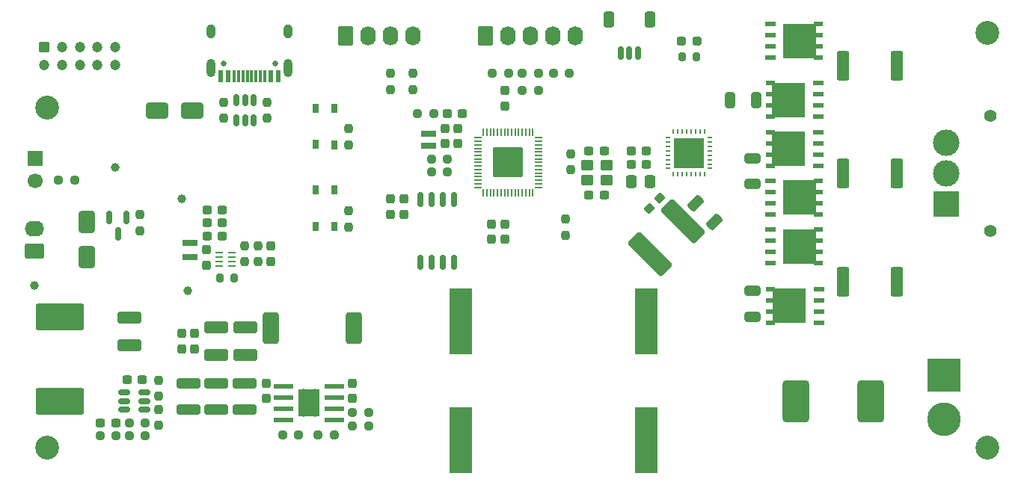
<source format=gts>
G04 #@! TF.GenerationSoftware,KiCad,Pcbnew,9.0.3*
G04 #@! TF.CreationDate,2025-08-13T17:47:10+01:00*
G04 #@! TF.ProjectId,Pico-BLDC-Controller,5069636f-2d42-44c4-9443-2d436f6e7472,rev?*
G04 #@! TF.SameCoordinates,Original*
G04 #@! TF.FileFunction,Soldermask,Top*
G04 #@! TF.FilePolarity,Negative*
%FSLAX46Y46*%
G04 Gerber Fmt 4.6, Leading zero omitted, Abs format (unit mm)*
G04 Created by KiCad (PCBNEW 9.0.3) date 2025-08-13 17:47:10*
%MOMM*%
%LPD*%
G01*
G04 APERTURE LIST*
G04 Aperture macros list*
%AMRoundRect*
0 Rectangle with rounded corners*
0 $1 Rounding radius*
0 $2 $3 $4 $5 $6 $7 $8 $9 X,Y pos of 4 corners*
0 Add a 4 corners polygon primitive as box body*
4,1,4,$2,$3,$4,$5,$6,$7,$8,$9,$2,$3,0*
0 Add four circle primitives for the rounded corners*
1,1,$1+$1,$2,$3*
1,1,$1+$1,$4,$5*
1,1,$1+$1,$6,$7*
1,1,$1+$1,$8,$9*
0 Add four rect primitives between the rounded corners*
20,1,$1+$1,$2,$3,$4,$5,0*
20,1,$1+$1,$4,$5,$6,$7,0*
20,1,$1+$1,$6,$7,$8,$9,0*
20,1,$1+$1,$8,$9,$2,$3,0*%
%AMFreePoly0*
4,1,18,-0.100000,0.387500,-0.096194,0.406634,-0.085355,0.422855,-0.069134,0.433694,-0.050000,0.437500,0.050000,0.437500,0.069134,0.433694,0.085355,0.422855,0.096194,0.406634,0.100000,0.387500,0.100000,-0.387500,0.096194,-0.406634,0.085355,-0.422855,0.069134,-0.433694,0.050000,-0.437500,-0.050000,-0.437500,-0.100000,-0.387500,-0.100000,0.387500,-0.100000,0.387500,$1*%
%AMFreePoly1*
4,1,18,-0.100000,0.387500,-0.096194,0.406634,-0.085355,0.422855,-0.069134,0.433694,-0.050000,0.437500,0.050000,0.437500,0.069134,0.433694,0.085355,0.422855,0.096194,0.406634,0.100000,0.387500,0.100000,-0.387500,0.050000,-0.437500,-0.050000,-0.437500,-0.069134,-0.433694,-0.085355,-0.422855,-0.096194,-0.406634,-0.100000,-0.387500,-0.100000,0.387500,-0.100000,0.387500,$1*%
%AMFreePoly2*
4,1,18,-0.437500,0.050000,-0.387500,0.100000,0.387500,0.100000,0.406634,0.096194,0.422855,0.085355,0.433694,0.069134,0.437500,0.050000,0.437500,-0.050000,0.433694,-0.069134,0.422855,-0.085355,0.406634,-0.096194,0.387500,-0.100000,-0.387500,-0.100000,-0.406634,-0.096194,-0.422855,-0.085355,-0.433694,-0.069134,-0.437500,-0.050000,-0.437500,0.050000,-0.437500,0.050000,$1*%
%AMFreePoly3*
4,1,18,-0.437500,0.050000,-0.433694,0.069134,-0.422855,0.085355,-0.406634,0.096194,-0.387500,0.100000,0.387500,0.100000,0.406634,0.096194,0.422855,0.085355,0.433694,0.069134,0.437500,0.050000,0.437500,-0.050000,0.433694,-0.069134,0.422855,-0.085355,0.406634,-0.096194,0.387500,-0.100000,-0.387500,-0.100000,-0.437500,-0.050000,-0.437500,0.050000,-0.437500,0.050000,$1*%
%AMFreePoly4*
4,1,18,-0.100000,0.387500,-0.096194,0.406634,-0.085355,0.422855,-0.069134,0.433694,-0.050000,0.437500,0.050000,0.437500,0.100000,0.387500,0.100000,-0.387500,0.096194,-0.406634,0.085355,-0.422855,0.069134,-0.433694,0.050000,-0.437500,-0.050000,-0.437500,-0.069134,-0.433694,-0.085355,-0.422855,-0.096194,-0.406634,-0.100000,-0.387500,-0.100000,0.387500,-0.100000,0.387500,$1*%
%AMFreePoly5*
4,1,18,-0.100000,0.387500,-0.050000,0.437500,0.050000,0.437500,0.069134,0.433694,0.085355,0.422855,0.096194,0.406634,0.100000,0.387500,0.100000,-0.387500,0.096194,-0.406634,0.085355,-0.422855,0.069134,-0.433694,0.050000,-0.437500,-0.050000,-0.437500,-0.069134,-0.433694,-0.085355,-0.422855,-0.096194,-0.406634,-0.100000,-0.387500,-0.100000,0.387500,-0.100000,0.387500,$1*%
%AMFreePoly6*
4,1,18,-0.437500,0.050000,-0.433694,0.069134,-0.422855,0.085355,-0.406634,0.096194,-0.387500,0.100000,0.387500,0.100000,0.406634,0.096194,0.422855,0.085355,0.433694,0.069134,0.437500,0.050000,0.437500,-0.050000,0.387500,-0.100000,-0.387500,-0.100000,-0.406634,-0.096194,-0.422855,-0.085355,-0.433694,-0.069134,-0.437500,-0.050000,-0.437500,0.050000,-0.437500,0.050000,$1*%
%AMFreePoly7*
4,1,18,-0.437500,0.050000,-0.433694,0.069134,-0.422855,0.085355,-0.406634,0.096194,-0.387500,0.100000,0.387500,0.100000,0.437500,0.050000,0.437500,-0.050000,0.433694,-0.069134,0.422855,-0.085355,0.406634,-0.096194,0.387500,-0.100000,-0.387500,-0.100000,-0.406634,-0.096194,-0.422855,-0.085355,-0.433694,-0.069134,-0.437500,-0.050000,-0.437500,0.050000,-0.437500,0.050000,$1*%
G04 Aperture macros list end*
%ADD10C,0.000000*%
%ADD11C,2.700000*%
%ADD12O,1.000000X1.600000*%
%ADD13O,1.000000X2.100000*%
%ADD14R,0.600000X1.450000*%
%ADD15R,0.300000X1.450000*%
%ADD16C,0.650000*%
%ADD17C,3.000000*%
%ADD18R,3.000000X3.000000*%
%ADD19C,1.400000*%
%ADD20C,0.629999*%
%ADD21R,2.200001X0.499999*%
%ADD22RoundRect,0.153000X1.547000X1.547000X-1.547000X1.547000X-1.547000X-1.547000X1.547000X-1.547000X0*%
%ADD23FreePoly0,90.000000*%
%ADD24RoundRect,0.050000X0.387500X-0.050000X0.387500X0.050000X-0.387500X0.050000X-0.387500X-0.050000X0*%
%ADD25FreePoly1,90.000000*%
%ADD26FreePoly2,90.000000*%
%ADD27RoundRect,0.050000X0.050000X-0.387500X0.050000X0.387500X-0.050000X0.387500X-0.050000X-0.387500X0*%
%ADD28FreePoly3,90.000000*%
%ADD29FreePoly4,90.000000*%
%ADD30FreePoly5,90.000000*%
%ADD31FreePoly6,90.000000*%
%ADD32FreePoly7,90.000000*%
%ADD33C,1.000000*%
%ADD34R,1.270000X0.610000*%
%ADD35R,3.810000X3.910000*%
%ADD36R,1.020000X0.610000*%
%ADD37RoundRect,0.250000X0.650000X-0.325000X0.650000X0.325000X-0.650000X0.325000X-0.650000X-0.325000X0*%
%ADD38RoundRect,0.237500X-0.250000X-0.237500X0.250000X-0.237500X0.250000X0.237500X-0.250000X0.237500X0*%
%ADD39RoundRect,0.237500X-0.237500X0.300000X-0.237500X-0.300000X0.237500X-0.300000X0.237500X0.300000X0*%
%ADD40RoundRect,0.250000X-1.100000X0.412500X-1.100000X-0.412500X1.100000X-0.412500X1.100000X0.412500X0*%
%ADD41R,0.650000X1.050000*%
%ADD42RoundRect,0.375000X-1.125000X-2.000000X1.125000X-2.000000X1.125000X2.000000X-1.125000X2.000000X0*%
%ADD43R,1.700000X0.800000*%
%ADD44R,2.500000X7.500000*%
%ADD45RoundRect,0.237500X0.237500X-0.300000X0.237500X0.300000X-0.237500X0.300000X-0.237500X-0.300000X0*%
%ADD46RoundRect,0.249999X-0.450001X-1.425001X0.450001X-1.425001X0.450001X1.425001X-0.450001X1.425001X0*%
%ADD47RoundRect,0.250000X1.100000X-0.325000X1.100000X0.325000X-1.100000X0.325000X-1.100000X-0.325000X0*%
%ADD48RoundRect,0.237500X0.250000X0.237500X-0.250000X0.237500X-0.250000X-0.237500X0.250000X-0.237500X0*%
%ADD49RoundRect,0.237500X-0.300000X-0.237500X0.300000X-0.237500X0.300000X0.237500X-0.300000X0.237500X0*%
%ADD50RoundRect,0.237500X0.237500X-0.250000X0.237500X0.250000X-0.237500X0.250000X-0.237500X-0.250000X0*%
%ADD51RoundRect,0.250000X0.845000X-0.620000X0.845000X0.620000X-0.845000X0.620000X-0.845000X-0.620000X0*%
%ADD52O,2.190000X1.740000*%
%ADD53RoundRect,0.250000X0.650000X-1.000000X0.650000X1.000000X-0.650000X1.000000X-0.650000X-1.000000X0*%
%ADD54RoundRect,0.250000X-0.620000X-0.845000X0.620000X-0.845000X0.620000X0.845000X-0.620000X0.845000X0*%
%ADD55O,1.740000X2.190000*%
%ADD56O,0.240000X0.599999*%
%ADD57O,0.599999X0.240000*%
%ADD58C,0.499999*%
%ADD59R,3.450001X3.450001*%
%ADD60RoundRect,0.237500X0.044194X0.380070X-0.380070X-0.044194X-0.044194X-0.380070X0.380070X0.044194X0*%
%ADD61RoundRect,0.250000X0.689429X0.229810X0.229810X0.689429X-0.689429X-0.229810X-0.229810X-0.689429X0*%
%ADD62RoundRect,0.250000X-0.450000X-0.350000X0.450000X-0.350000X0.450000X0.350000X-0.450000X0.350000X0*%
%ADD63RoundRect,0.200000X0.200000X0.275000X-0.200000X0.275000X-0.200000X-0.275000X0.200000X-0.275000X0*%
%ADD64RoundRect,0.249999X0.640001X1.530001X-0.640001X1.530001X-0.640001X-1.530001X0.640001X-1.530001X0*%
%ADD65RoundRect,0.237500X0.300000X0.237500X-0.300000X0.237500X-0.300000X-0.237500X0.300000X-0.237500X0*%
%ADD66R,1.700000X1.700000*%
%ADD67C,1.700000*%
%ADD68RoundRect,0.237500X-0.237500X0.250000X-0.237500X-0.250000X0.237500X-0.250000X0.237500X0.250000X0*%
%ADD69R,3.800000X3.800000*%
%ADD70C,3.800000*%
%ADD71RoundRect,0.250000X-0.350000X-0.350000X0.350000X-0.350000X0.350000X0.350000X-0.350000X0.350000X0*%
%ADD72C,1.200000*%
%ADD73RoundRect,0.250000X-1.000000X-0.650000X1.000000X-0.650000X1.000000X0.650000X-1.000000X0.650000X0*%
%ADD74RoundRect,0.150000X0.150000X-0.512500X0.150000X0.512500X-0.150000X0.512500X-0.150000X-0.512500X0*%
%ADD75RoundRect,0.062500X0.337500X0.062500X-0.337500X0.062500X-0.337500X-0.062500X0.337500X-0.062500X0*%
%ADD76RoundRect,0.150000X-0.512500X-0.150000X0.512500X-0.150000X0.512500X0.150000X-0.512500X0.150000X0*%
%ADD77RoundRect,0.150000X0.150000X0.625000X-0.150000X0.625000X-0.150000X-0.625000X0.150000X-0.625000X0*%
%ADD78RoundRect,0.250000X0.350000X0.650000X-0.350000X0.650000X-0.350000X-0.650000X0.350000X-0.650000X0*%
%ADD79RoundRect,0.250000X-0.650000X0.325000X-0.650000X-0.325000X0.650000X-0.325000X0.650000X0.325000X0*%
%ADD80RoundRect,0.150000X-0.150000X0.587500X-0.150000X-0.587500X0.150000X-0.587500X0.150000X0.587500X0*%
%ADD81RoundRect,0.250000X0.337500X0.475000X-0.337500X0.475000X-0.337500X-0.475000X0.337500X-0.475000X0*%
%ADD82RoundRect,0.249999X2.500001X-1.250001X2.500001X1.250001X-2.500001X1.250001X-2.500001X-1.250001X0*%
%ADD83RoundRect,0.249999X-1.210920X2.253904X-2.253904X1.210920X1.210920X-2.253904X2.253904X-1.210920X0*%
%ADD84R,1.700000X0.700000*%
%ADD85RoundRect,0.250000X0.325000X0.650000X-0.325000X0.650000X-0.325000X-0.650000X0.325000X-0.650000X0*%
%ADD86RoundRect,0.162500X0.162500X-0.650000X0.162500X0.650000X-0.162500X0.650000X-0.162500X-0.650000X0*%
%ADD87RoundRect,0.237500X0.287500X0.237500X-0.287500X0.237500X-0.287500X-0.237500X0.287500X-0.237500X0*%
G04 APERTURE END LIST*
D10*
G36*
X129249998Y-86000000D02*
G01*
X129249998Y-89000000D01*
X129199998Y-89049999D01*
X126899998Y-89049999D01*
X126849998Y-89000000D01*
X126849998Y-86000000D01*
X126899998Y-85950001D01*
X129199998Y-85950001D01*
X129249998Y-86000000D01*
G37*
D11*
X204860000Y-92552500D03*
X204860000Y-45552500D03*
X98360000Y-54052500D03*
X98360000Y-92552500D03*
D12*
X116980000Y-45390000D03*
D13*
X116980000Y-49570000D03*
D12*
X125620000Y-45390000D03*
D13*
X125620000Y-49570000D03*
D14*
X124550000Y-50485000D03*
X123750000Y-50485000D03*
D15*
X123050000Y-50485000D03*
X122050000Y-50485000D03*
X120550000Y-50485000D03*
X119550000Y-50485000D03*
D14*
X118850000Y-50485000D03*
X118050000Y-50485000D03*
X118050000Y-50485000D03*
X118850000Y-50485000D03*
D15*
X120050000Y-50485000D03*
X121050000Y-50485000D03*
X121550000Y-50485000D03*
X122550000Y-50485000D03*
D14*
X123750000Y-50485000D03*
X124550000Y-50485000D03*
D16*
X118410000Y-49040000D03*
X124190000Y-49040000D03*
D17*
X200175000Y-58000000D03*
X200175000Y-61500000D03*
D18*
X200175000Y-65000000D03*
D19*
X205175000Y-68000000D03*
X205175000Y-55000000D03*
D20*
X127399997Y-86200000D03*
X127399997Y-87500000D03*
X127399997Y-88800000D03*
X128699999Y-86200000D03*
X128699999Y-87500000D03*
X128699999Y-88800000D03*
D21*
X130924966Y-85595000D03*
X130924966Y-86865000D03*
X130924966Y-88135000D03*
X130924966Y-89405000D03*
X125175030Y-89405000D03*
X125175030Y-88135000D03*
X125175030Y-86865000D03*
X125175030Y-85595000D03*
D22*
X150575000Y-60275000D03*
D23*
X147137500Y-63075000D03*
D24*
X147137500Y-62675000D03*
X147137500Y-62275000D03*
X147137500Y-61875000D03*
X147137500Y-61475000D03*
X147137500Y-61075000D03*
X147137500Y-60675000D03*
X147137500Y-60275000D03*
X147137500Y-59875000D03*
X147137500Y-59475000D03*
X147137500Y-59075000D03*
X147137500Y-58675000D03*
X147137500Y-58275000D03*
X147137500Y-57875000D03*
D25*
X147137500Y-57475000D03*
D26*
X147775000Y-56837500D03*
D27*
X148175000Y-56837500D03*
X148575000Y-56837500D03*
X148975000Y-56837500D03*
X149375000Y-56837500D03*
X149775000Y-56837500D03*
X150175000Y-56837500D03*
X150575000Y-56837500D03*
X150975000Y-56837500D03*
X151375000Y-56837500D03*
X151775000Y-56837500D03*
X152175000Y-56837500D03*
X152575000Y-56837500D03*
X152975000Y-56837500D03*
D28*
X153375000Y-56837500D03*
D29*
X154012500Y-57475000D03*
D24*
X154012500Y-57875000D03*
X154012500Y-58275000D03*
X154012500Y-58675000D03*
X154012500Y-59075000D03*
X154012500Y-59475000D03*
X154012500Y-59875000D03*
X154012500Y-60275000D03*
X154012500Y-60675000D03*
X154012500Y-61075000D03*
X154012500Y-61475000D03*
X154012500Y-61875000D03*
X154012500Y-62275000D03*
X154012500Y-62675000D03*
D30*
X154012500Y-63075000D03*
D31*
X153375000Y-63712500D03*
D27*
X152975000Y-63712500D03*
X152575000Y-63712500D03*
X152175000Y-63712500D03*
X151775000Y-63712500D03*
X151375000Y-63712500D03*
X150975000Y-63712500D03*
X150575000Y-63712500D03*
X150175000Y-63712500D03*
X149775000Y-63712500D03*
X149375000Y-63712500D03*
X148975000Y-63712500D03*
X148575000Y-63712500D03*
X148175000Y-63712500D03*
D32*
X147775000Y-63712500D03*
D33*
X106070000Y-60842500D03*
D34*
X185700000Y-55100000D03*
X185700000Y-53830000D03*
X185700000Y-52560000D03*
X185700000Y-51290000D03*
D35*
X182340000Y-53195000D03*
D36*
X180235000Y-55100000D03*
X180235000Y-53830000D03*
X180235000Y-52560000D03*
X180235000Y-51290000D03*
D37*
X178250000Y-77725000D03*
X178250000Y-74775000D03*
D38*
X148775000Y-50137500D03*
X150600000Y-50137500D03*
D39*
X137287500Y-64420000D03*
X137287500Y-66145000D03*
D38*
X107687500Y-91250000D03*
X109512500Y-91250000D03*
D40*
X117500000Y-78987500D03*
X117500000Y-82112500D03*
D41*
X128760000Y-67518675D03*
X128760000Y-63368675D03*
X130910000Y-67518675D03*
X130910000Y-63393675D03*
D42*
X183150000Y-87300000D03*
X191650000Y-87300000D03*
D43*
X114539448Y-71020000D03*
X114539448Y-69420000D03*
D44*
X145200000Y-91750000D03*
X145200000Y-78250000D03*
D33*
X113600000Y-64400000D03*
D45*
X123174998Y-87012500D03*
X123174998Y-85287500D03*
D46*
X188450000Y-61500000D03*
X194550000Y-61500000D03*
D47*
X117574998Y-88225000D03*
X117574998Y-85275000D03*
D48*
X157512500Y-50137500D03*
X155687500Y-50137500D03*
D38*
X140312500Y-54700000D03*
X142137500Y-54700000D03*
D49*
X159737499Y-58950000D03*
X161462501Y-58950000D03*
D34*
X180235000Y-62345000D03*
X180235000Y-63615000D03*
X180235000Y-64885000D03*
X180235000Y-66155000D03*
D35*
X183595000Y-64250000D03*
D36*
X185700000Y-62345000D03*
X185700000Y-63615000D03*
X185700000Y-64885000D03*
X185700000Y-66155000D03*
D50*
X137230000Y-52012500D03*
X137230000Y-50187500D03*
D51*
X96920000Y-70275000D03*
D52*
X96920000Y-67735000D03*
D53*
X102900000Y-71000000D03*
X102900000Y-67000000D03*
D54*
X132190000Y-45900000D03*
D55*
X134730000Y-45900000D03*
X137270000Y-45900000D03*
X139810000Y-45900000D03*
D56*
X169300001Y-61600000D03*
X169800000Y-61600000D03*
X170299999Y-61600000D03*
X170800000Y-61600000D03*
X171300000Y-61600000D03*
X171799998Y-61600000D03*
X172300000Y-61600000D03*
X172799999Y-61600000D03*
D57*
X173450000Y-60949999D03*
X173450000Y-60450000D03*
X173450000Y-59950001D03*
X173450000Y-59450000D03*
X173450000Y-58950000D03*
X173450000Y-58450002D03*
X173450000Y-57950000D03*
X173450000Y-57450001D03*
D56*
X172799999Y-56800000D03*
X172300000Y-56800000D03*
X171799998Y-56800000D03*
X171300000Y-56800000D03*
X170800000Y-56800000D03*
X170299999Y-56800000D03*
X169800000Y-56800000D03*
X169300001Y-56800000D03*
D57*
X168650000Y-57450001D03*
X168650000Y-57950000D03*
X168650000Y-58450002D03*
X168650000Y-58950000D03*
X168650000Y-59450000D03*
X168650000Y-59950001D03*
X168650000Y-60450000D03*
X168650000Y-60949999D03*
D58*
X171050000Y-60650000D03*
X169600000Y-59200000D03*
X171050000Y-59200000D03*
D59*
X171050000Y-59200000D03*
D58*
X172500000Y-59200000D03*
X171050000Y-57750000D03*
D40*
X120800000Y-78987500D03*
X120800000Y-82112500D03*
D39*
X138800000Y-64420000D03*
X138800000Y-66145000D03*
D60*
X167744886Y-64305114D03*
X166525126Y-65524874D03*
D45*
X116439448Y-71882500D03*
X116439448Y-70157500D03*
X150200000Y-53862500D03*
X150200000Y-52137500D03*
D61*
X173907977Y-66977989D03*
X171822011Y-64892023D03*
D62*
X159500000Y-62300000D03*
X161700000Y-62300000D03*
X161700000Y-60600000D03*
X159500000Y-60600000D03*
D63*
X171925000Y-48300000D03*
X170275000Y-48300000D03*
D45*
X132974998Y-87000000D03*
X132974998Y-85275000D03*
D64*
X133100000Y-79000000D03*
X123700000Y-79000000D03*
D47*
X114374998Y-88225000D03*
X114374998Y-85275000D03*
D63*
X119564448Y-73320000D03*
X117914448Y-73320000D03*
D46*
X188450000Y-49300000D03*
X194550000Y-49300000D03*
D34*
X180240000Y-67895000D03*
X180240000Y-69165000D03*
X180240000Y-70435000D03*
X180240000Y-71705000D03*
D35*
X183600000Y-69800000D03*
D36*
X185705000Y-67895000D03*
X185705000Y-69165000D03*
X185705000Y-70435000D03*
X185705000Y-71705000D03*
D38*
X129062498Y-91100000D03*
X130887498Y-91100000D03*
D65*
X166255000Y-60450000D03*
X164530000Y-60450000D03*
D66*
X97010000Y-59842500D03*
D67*
X97010000Y-62382500D03*
D68*
X123250000Y-53440000D03*
X123250000Y-55265000D03*
D50*
X120739448Y-71532500D03*
X120739448Y-69707500D03*
X118350000Y-55265000D03*
X118350000Y-53440000D03*
D39*
X150200000Y-67237500D03*
X150200000Y-68962500D03*
D69*
X199900000Y-84400000D03*
D70*
X199900000Y-89400000D03*
D50*
X139830000Y-52012500D03*
X139830000Y-50187500D03*
X157700000Y-61112500D03*
X157700000Y-59287500D03*
D68*
X111050000Y-88237500D03*
X111050000Y-90062500D03*
D71*
X98100000Y-47200000D03*
D72*
X98100000Y-49200000D03*
X100100000Y-47200000D03*
X100100000Y-49200000D03*
X102100000Y-47200000D03*
X102100000Y-49200000D03*
X104100000Y-47200000D03*
X104100000Y-49200000D03*
X106100000Y-47200000D03*
X106100000Y-49200000D03*
D47*
X120774998Y-88225000D03*
X120774998Y-85275000D03*
D73*
X110860000Y-54352500D03*
X114860000Y-54352500D03*
D74*
X119850000Y-55487500D03*
X120800000Y-55487500D03*
X121750000Y-55487500D03*
X121750000Y-53212500D03*
X120800000Y-53212500D03*
X119850000Y-53212500D03*
D33*
X114300000Y-74800000D03*
D38*
X132962498Y-90100000D03*
X134787498Y-90100000D03*
D49*
X143662500Y-54700000D03*
X145387500Y-54700000D03*
D39*
X123739448Y-69757500D03*
X123739448Y-71482500D03*
D75*
X119300000Y-72000000D03*
X119300000Y-71500000D03*
X119300000Y-71000000D03*
X119300000Y-70500000D03*
X117850000Y-70500000D03*
X117850000Y-71000000D03*
X117850000Y-71500000D03*
X117850000Y-72000000D03*
D38*
X107700000Y-89750000D03*
X109525000Y-89750000D03*
D48*
X126887498Y-91100000D03*
X125062498Y-91100000D03*
D76*
X107112500Y-86350000D03*
X107112500Y-87300000D03*
X107112500Y-88250000D03*
X109387500Y-88250000D03*
X109387500Y-87300000D03*
X109387500Y-86350000D03*
D68*
X111050000Y-84937500D03*
X111050000Y-86762500D03*
X108860000Y-66190000D03*
X108860000Y-68015000D03*
D38*
X132962498Y-88600000D03*
X134787498Y-88600000D03*
D49*
X116476948Y-65620000D03*
X118201948Y-65620000D03*
D54*
X148020000Y-45907500D03*
D55*
X150560000Y-45907500D03*
X153100000Y-45907500D03*
X155640000Y-45907500D03*
X158180000Y-45907500D03*
D77*
X165300000Y-47900000D03*
X164300000Y-47900000D03*
X163300000Y-47900000D03*
D78*
X166600000Y-44025000D03*
X162000000Y-44025000D03*
D79*
X178200000Y-59775000D03*
X178200000Y-62725000D03*
D65*
X106162500Y-89750000D03*
X104437500Y-89750000D03*
D34*
X185700000Y-60655000D03*
X185700000Y-59385000D03*
X185700000Y-58115000D03*
X185700000Y-56845000D03*
D35*
X182340000Y-58750000D03*
D36*
X180235000Y-60655000D03*
X180235000Y-59385000D03*
X180235000Y-58115000D03*
X180235000Y-56845000D03*
D48*
X154012500Y-52100000D03*
X152187500Y-52100000D03*
D44*
X166200000Y-91750000D03*
X166200000Y-78250000D03*
D38*
X141906481Y-61367304D03*
X143731481Y-61367304D03*
D33*
X97000000Y-74200000D03*
D80*
X107360000Y-66465000D03*
X105460000Y-66465000D03*
X106410000Y-68340000D03*
D38*
X152187500Y-50137500D03*
X154012500Y-50137500D03*
D81*
X166637500Y-62400000D03*
X164562500Y-62400000D03*
D65*
X166255000Y-58950000D03*
X164530000Y-58950000D03*
D49*
X159737499Y-63950000D03*
X161462501Y-63950000D03*
D82*
X99800000Y-87300000D03*
X99800000Y-77800000D03*
D45*
X143400000Y-58112500D03*
X143400000Y-56387500D03*
D38*
X99677500Y-62242500D03*
X101502500Y-62242500D03*
D40*
X107700000Y-77825000D03*
X107700000Y-80950000D03*
D50*
X132522101Y-58285390D03*
X132522101Y-56460390D03*
D34*
X180240000Y-44585000D03*
X180240000Y-45855000D03*
X180240000Y-47125000D03*
X180240000Y-48395000D03*
D35*
X183600000Y-46490000D03*
D36*
X185705000Y-44585000D03*
X185705000Y-45855000D03*
X185705000Y-47125000D03*
X185705000Y-48395000D03*
D49*
X116476948Y-67120000D03*
X118201948Y-67120000D03*
D65*
X109150000Y-84850000D03*
X107425000Y-84850000D03*
D41*
X130947101Y-54097890D03*
X130947101Y-58247890D03*
X128797101Y-54097890D03*
X128797101Y-58222890D03*
D34*
X185770000Y-78405000D03*
X185770000Y-77135000D03*
X185770000Y-75865000D03*
X185770000Y-74595000D03*
D35*
X182410000Y-76500000D03*
D36*
X180305000Y-78405000D03*
X180305000Y-77135000D03*
X180305000Y-75865000D03*
X180305000Y-74595000D03*
D83*
X170364994Y-66935006D03*
X166635006Y-70664994D03*
D38*
X141906481Y-59867304D03*
X143731481Y-59867304D03*
D39*
X148700000Y-67237500D03*
X148700000Y-68962500D03*
D45*
X144900000Y-58112500D03*
X144900000Y-56387500D03*
D39*
X113600000Y-79637500D03*
X113600000Y-81362500D03*
D84*
X141600000Y-58400000D03*
X141600000Y-57000000D03*
D85*
X178660000Y-53200000D03*
X175710000Y-53200000D03*
D86*
X140645000Y-71607500D03*
X141915000Y-71607500D03*
X143185000Y-71607500D03*
X144455000Y-71607500D03*
X144455000Y-64432500D03*
X143185000Y-64432500D03*
X141915000Y-64432500D03*
X140645000Y-64432500D03*
D50*
X157100000Y-68512500D03*
X157100000Y-66687500D03*
D39*
X115100000Y-79637500D03*
X115100000Y-81362500D03*
D46*
X188450000Y-73800000D03*
X194550000Y-73800000D03*
D68*
X132550000Y-65761175D03*
X132550000Y-67586175D03*
D49*
X116476948Y-68620000D03*
X118201948Y-68620000D03*
D68*
X122239448Y-69707500D03*
X122239448Y-71532500D03*
D87*
X171975000Y-46550000D03*
X170225000Y-46550000D03*
D48*
X106200000Y-91250000D03*
X104375000Y-91250000D03*
M02*

</source>
